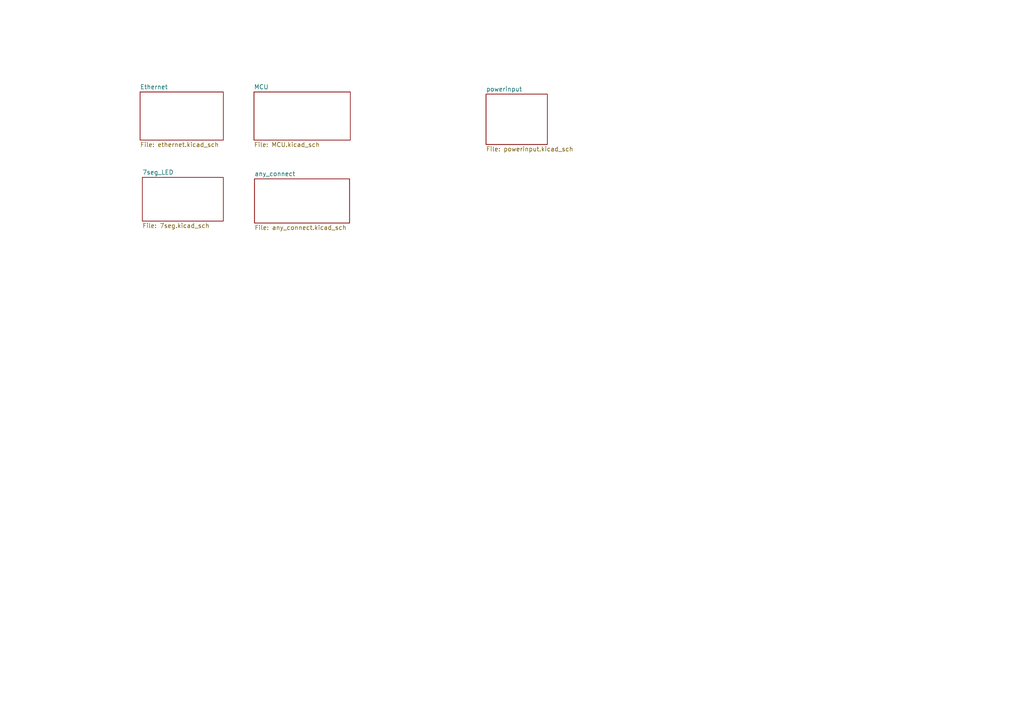
<source format=kicad_sch>
(kicad_sch
	(version 20231120)
	(generator "eeschema")
	(generator_version "8.0")
	(uuid "cac7cad2-f6da-4844-a2fe-538ba38d18ec")
	(paper "A4")
	(lib_symbols)
	(sheet
		(at 40.64 26.67)
		(size 24.13 13.97)
		(fields_autoplaced yes)
		(stroke
			(width 0.1524)
			(type solid)
		)
		(fill
			(color 0 0 0 0.0000)
		)
		(uuid "0a5a2978-3237-4be4-aa92-f39f3066b986")
		(property "Sheetname" "Ethernet"
			(at 40.64 25.9584 0)
			(effects
				(font
					(size 1.27 1.27)
				)
				(justify left bottom)
			)
		)
		(property "Sheetfile" "ethernet.kicad_sch"
			(at 40.64 41.2246 0)
			(effects
				(font
					(size 1.27 1.27)
				)
				(justify left top)
			)
		)
		(instances
			(project "MCU_Unit"
				(path "/cac7cad2-f6da-4844-a2fe-538ba38d18ec"
					(page "2")
				)
			)
		)
	)
	(sheet
		(at 41.275 51.435)
		(size 23.495 12.7)
		(fields_autoplaced yes)
		(stroke
			(width 0.1524)
			(type solid)
		)
		(fill
			(color 0 0 0 0.0000)
		)
		(uuid "5be205a2-3f34-4958-95f9-21dae9c52442")
		(property "Sheetname" "7seg_LED"
			(at 41.275 50.7234 0)
			(effects
				(font
					(size 1.27 1.27)
				)
				(justify left bottom)
			)
		)
		(property "Sheetfile" "7seg.kicad_sch"
			(at 41.275 64.7196 0)
			(effects
				(font
					(size 1.27 1.27)
				)
				(justify left top)
			)
		)
		(instances
			(project "MCU_Unit"
				(path "/cac7cad2-f6da-4844-a2fe-538ba38d18ec"
					(page "5")
				)
			)
		)
	)
	(sheet
		(at 140.97 27.305)
		(size 17.78 14.605)
		(fields_autoplaced yes)
		(stroke
			(width 0.1524)
			(type solid)
		)
		(fill
			(color 0 0 0 0.0000)
		)
		(uuid "60d1a034-eeca-4df7-8a32-a1c5dd4b6d0d")
		(property "Sheetname" "powerinput"
			(at 140.97 26.5934 0)
			(effects
				(font
					(size 1.27 1.27)
				)
				(justify left bottom)
			)
		)
		(property "Sheetfile" "powerinput.kicad_sch"
			(at 140.97 42.4946 0)
			(effects
				(font
					(size 1.27 1.27)
				)
				(justify left top)
			)
		)
		(instances
			(project "MCU_Unit"
				(path "/cac7cad2-f6da-4844-a2fe-538ba38d18ec"
					(page "4")
				)
			)
		)
	)
	(sheet
		(at 73.8124 51.8668)
		(size 27.5844 12.827)
		(fields_autoplaced yes)
		(stroke
			(width 0.1524)
			(type solid)
		)
		(fill
			(color 0 0 0 0.0000)
		)
		(uuid "93581e54-d44d-4e8f-a1eb-dad2d45e83e9")
		(property "Sheetname" "any_connect"
			(at 73.8124 51.1552 0)
			(effects
				(font
					(size 1.27 1.27)
				)
				(justify left bottom)
			)
		)
		(property "Sheetfile" "any_connect.kicad_sch"
			(at 73.8124 65.2784 0)
			(effects
				(font
					(size 1.27 1.27)
				)
				(justify left top)
			)
		)
		(instances
			(project "MCU_Unit"
				(path "/cac7cad2-f6da-4844-a2fe-538ba38d18ec"
					(page "6")
				)
			)
		)
	)
	(sheet
		(at 73.66 26.67)
		(size 27.94 13.97)
		(fields_autoplaced yes)
		(stroke
			(width 0.1524)
			(type solid)
		)
		(fill
			(color 0 0 0 0.0000)
		)
		(uuid "d7634943-a1ac-4a69-825a-178a1227e874")
		(property "Sheetname" "MCU"
			(at 73.66 25.9584 0)
			(effects
				(font
					(size 1.27 1.27)
				)
				(justify left bottom)
			)
		)
		(property "Sheetfile" "MCU.kicad_sch"
			(at 73.66 41.2246 0)
			(effects
				(font
					(size 1.27 1.27)
				)
				(justify left top)
			)
		)
		(instances
			(project "MCU_Unit"
				(path "/cac7cad2-f6da-4844-a2fe-538ba38d18ec"
					(page "3")
				)
			)
		)
	)
	(sheet_instances
		(path "/"
			(page "1")
		)
	)
)

</source>
